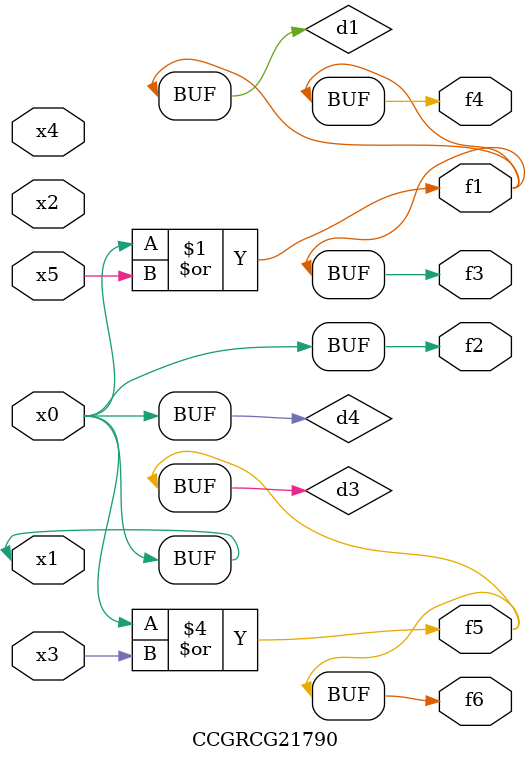
<source format=v>
module CCGRCG21790(
	input x0, x1, x2, x3, x4, x5,
	output f1, f2, f3, f4, f5, f6
);

	wire d1, d2, d3, d4;

	or (d1, x0, x5);
	xnor (d2, x1, x4);
	or (d3, x0, x3);
	buf (d4, x0, x1);
	assign f1 = d1;
	assign f2 = d4;
	assign f3 = d1;
	assign f4 = d1;
	assign f5 = d3;
	assign f6 = d3;
endmodule

</source>
